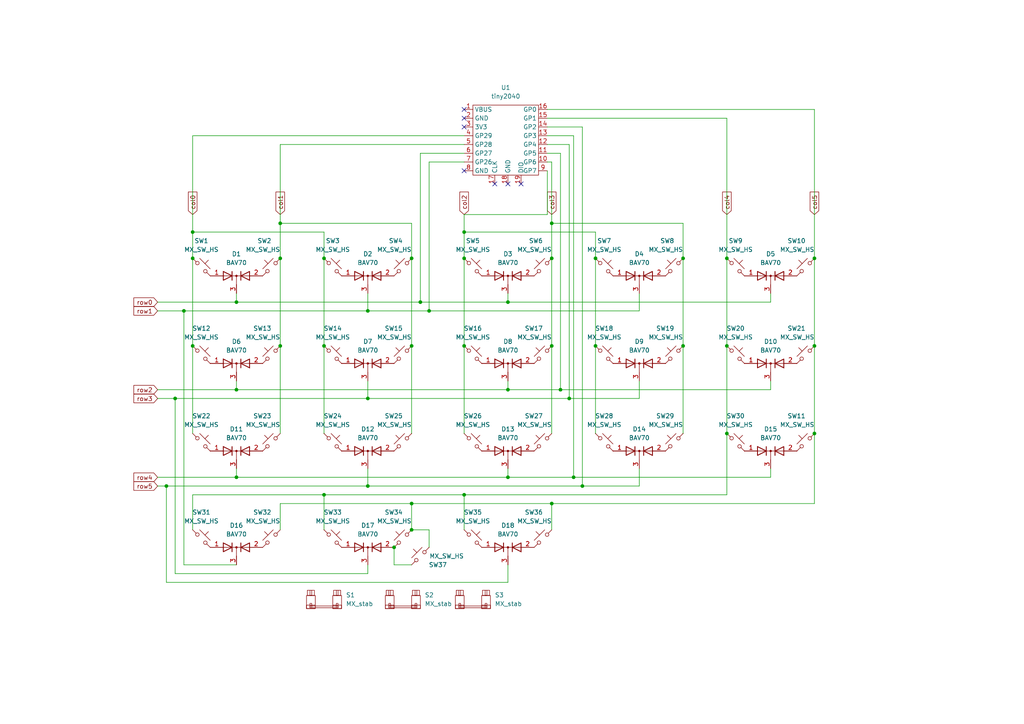
<source format=kicad_sch>
(kicad_sch (version 20211123) (generator eeschema)
  (paper "A4")
  (lib_symbols
    (symbol "Diode:BAV70" (pin_names hide)
      (property "Reference" "D" (at 0.635 -2.54 0))
      (property "Value" "BAV70" (at 0 2.54 0))
      (symbol "BAV70_0_1"
        (polyline (pts (xy -3.81 0) (xy 3.81 0)))
        (polyline (pts (xy 0 0) (xy 0 -2.54)))
        (polyline (pts (xy -1.27 -1.27) (xy -1.27 1.27) (xy -1.27 1.27)) (stroke (width 0.254)))
        (polyline (pts (xy 1.27 -1.27) (xy 1.27 1.27) (xy 1.27 1.27)) (stroke (width 0.254)))
        (polyline (pts (xy -3.81 1.27) (xy -1.27 0) (xy -3.81 -1.27) (xy -3.81 1.27) (xy -3.81 1.27) (xy -3.81 1.27)) (stroke (width 0.254)))
        (polyline (pts (xy 3.81 -1.27) (xy 1.27 0) (xy 3.81 1.27) (xy 3.81 -1.27) (xy 3.81 -1.27) (xy 3.81 -1.27)) (stroke (width 0.254)))
        (circle (center 0 0) (radius 0.254) (fill (type outline)))
        (pin passive line (at -7.62 0 0) (length 3.81) (name "A") (number "1"))
        (pin passive line (at 7.62 0 180) (length 3.81) (name "A") (number "2"))
        (pin passive line (at 0 -5.08 90) (length 2.54) (name "K") (number "3"))
      )
    )
    (symbol "marbastlib-mx:MX_SW_HS" (pin_numbers hide) (pin_names (offset 1.016) hide)
      (property "Reference" "SW" (at 3.048 1.016 0))
      (property "Value" "MX_SW_HS" (at 0 -3.81 0))
      (symbol "MX_SW_HS_0_1"
        (circle (center -1.1684 1.1684) (radius 0.508))
        (polyline (pts (xy -0.508 2.54) (xy 2.54 -0.508)))
        (polyline (pts (xy 1.016 1.016) (xy 2.032 2.032)))
        (polyline (pts (xy -2.54 2.54) (xy -1.524 1.524) (xy -1.524 1.524)))
        (polyline (pts (xy 1.524 -1.524) (xy 2.54 -2.54) (xy 2.54 -2.54) (xy 2.54 -2.54)))
        (circle (center 1.143 -1.1938) (radius 0.508))
        (pin passive line (at -2.54 2.54 0) (length 0) (name "1") (number "1"))
        (pin passive line (at 2.54 -2.54 180) (length 0) (name "2") (number "2"))
      )
    )
    (symbol "marbastlib-mx:MX_stab" (pin_names (offset 1.016))
      (property "Reference" "S" (at -5.08 6.35 0))
      (property "Value" "MX_stab" (at -5.08 3.81 0))
      (symbol "MX_stab_0_1"
        (rectangle (start -5.08 -1.524) (end -2.54 -2.54))
        (rectangle (start -5.08 1.27) (end -2.54 -2.54))
        (rectangle (start -4.826 2.794) (end -2.794 1.27))
        (rectangle (start -4.064 -2.286) (end -3.556 -1.016))
        (rectangle (start -4.064 -1.778) (end 4.064 -2.286))
        (rectangle (start -4.064 1.27) (end -3.556 2.794))
        (rectangle (start 2.54 -1.524) (end 5.08 -2.54))
        (rectangle (start 2.54 1.27) (end 5.08 -2.54))
        (rectangle (start 2.794 2.794) (end 4.826 1.27))
        (rectangle (start 3.556 1.27) (end 4.064 2.794))
        (rectangle (start 4.064 -2.286) (end 3.556 -1.016))
      )
    )
    (symbol "tiny2040:tiny2040"
      (property "Reference" "U" (at 0 15.24 0))
      (property "Value" "tiny2040" (at 0 12.7 0))
      (symbol "tiny2040_0_1"
        (rectangle (start -10.16 10.16) (end 8.89 -10.16))
      )
      (symbol "tiny2040_1_1"
        (pin power_out line (at -12.7 8.89 0) (length 2.54) (name "VBUS") (number "1"))
        (pin input line (at 11.43 -6.35 180) (length 2.54) (name "GP6") (number "10"))
        (pin input line (at 11.43 -3.81 180) (length 2.54) (name "GP5") (number "11"))
        (pin input line (at 11.43 -1.27 180) (length 2.54) (name "GP4") (number "12"))
        (pin input line (at 11.43 1.27 180) (length 2.54) (name "GP3") (number "13"))
        (pin input line (at 11.43 3.81 180) (length 2.54) (name "GP2") (number "14"))
        (pin input line (at 11.43 6.35 180) (length 2.54) (name "GP1") (number "15"))
        (pin input line (at 11.43 8.89 180) (length 2.54) (name "GP0") (number "16"))
        (pin input line (at -3.81 -12.7 90) (length 2.54) (name "CLK") (number "17"))
        (pin input line (at 0 -12.7 90) (length 2.54) (name "GND") (number "18"))
        (pin input line (at 3.81 -12.7 90) (length 2.54) (name "DIO") (number "19"))
        (pin input line (at -12.7 6.35 0) (length 2.54) (name "GND") (number "2"))
        (pin power_out line (at -12.7 3.81 0) (length 2.54) (name "3V3") (number "3"))
        (pin input line (at -12.7 1.27 0) (length 2.54) (name "GP29") (number "4"))
        (pin input line (at -12.7 -1.27 0) (length 2.54) (name "GP28") (number "5"))
        (pin input line (at -12.7 -3.81 0) (length 2.54) (name "GP27") (number "6"))
        (pin input line (at -12.7 -6.35 0) (length 2.54) (name "GP26") (number "7"))
        (pin input line (at -12.7 -8.89 0) (length 2.54) (name "GND") (number "8"))
        (pin input line (at 11.43 -8.89 180) (length 2.54) (name "GP7") (number "9"))
      )
    )
  )
  (junction (at 106.68 140.97))
  (junction (at 134.62 67.31))
  (junction (at 147.32 87.63))
  (junction (at 172.72 74.93))
  (junction (at 68.58 113.03))
  (junction (at 147.32 113.03))
  (junction (at 121.92 87.63))
  (junction (at 106.68 90.17))
  (junction (at 210.82 100.33))
  (junction (at 236.22 125.73))
  (junction (at 198.12 74.93))
  (junction (at 93.98 100.33))
  (junction (at 168.91 140.97))
  (junction (at 134.62 100.33))
  (junction (at 114.3 158.75))
  (junction (at 236.22 100.33))
  (junction (at 134.62 74.93))
  (junction (at 93.98 143.51))
  (junction (at 68.58 138.43))
  (junction (at 119.38 100.33))
  (junction (at 210.82 125.73))
  (junction (at 55.88 100.33))
  (junction (at 68.58 87.63))
  (junction (at 236.22 74.93))
  (junction (at 50.8 115.57))
  (junction (at 172.72 100.33))
  (junction (at 119.38 146.05))
  (junction (at 119.38 74.93))
  (junction (at 48.26 140.97))
  (junction (at 198.12 100.33))
  (junction (at 160.02 74.93))
  (junction (at 55.88 67.31))
  (junction (at 81.28 74.93))
  (junction (at 160.02 64.77))
  (junction (at 166.37 138.43))
  (junction (at 81.28 100.33))
  (junction (at 210.82 74.93))
  (junction (at 93.98 74.93))
  (junction (at 160.02 100.33))
  (junction (at 162.56 113.03))
  (junction (at 55.88 74.93))
  (junction (at 119.38 153.67))
  (junction (at 134.62 143.51))
  (junction (at 147.32 138.43))
  (junction (at 160.02 146.05))
  (junction (at 53.34 90.17))
  (junction (at 165.1 115.57))
  (junction (at 106.68 115.57))
  (junction (at 81.28 64.77))
  (junction (at 124.46 90.17))
  (no_connect (at 134.62 31.75))
  (no_connect (at 134.62 34.29))
  (no_connect (at 134.62 49.53))
  (no_connect (at 151.13 53.34))
  (no_connect (at 143.51 53.34))
  (no_connect (at 147.32 53.34))
  (no_connect (at 134.62 36.83))
  (wire (pts (xy 134.62 62.23) (xy 134.62 67.31)))
  (wire (pts (xy 55.88 39.37) (xy 55.88 67.31)))
  (wire (pts (xy 223.52 135.89) (xy 223.52 138.43)))
  (wire (pts (xy 106.68 115.57) (xy 165.1 115.57)))
  (wire (pts (xy 223.52 110.49) (xy 223.52 113.03)))
  (wire (pts (xy 158.75 36.83) (xy 168.91 36.83)))
  (wire (pts (xy 134.62 46.99) (xy 124.46 46.99)))
  (wire (pts (xy 147.32 168.91) (xy 147.32 163.83)))
  (wire (pts (xy 134.62 67.31) (xy 134.62 74.93)))
  (wire (pts (xy 172.72 74.93) (xy 172.72 100.33)))
  (wire (pts (xy 185.42 110.49) (xy 185.42 115.57)))
  (wire (pts (xy 134.62 74.93) (xy 134.62 100.33)))
  (wire (pts (xy 147.32 110.49) (xy 147.32 113.03)))
  (wire (pts (xy 210.82 74.93) (xy 210.82 100.33)))
  (wire (pts (xy 172.72 67.31) (xy 172.72 74.93)))
  (wire (pts (xy 198.12 100.33) (xy 198.12 125.73)))
  (wire (pts (xy 45.72 113.03) (xy 68.58 113.03)))
  (wire (pts (xy 45.72 115.57) (xy 50.8 115.57)))
  (wire (pts (xy 168.91 140.97) (xy 185.42 140.97)))
  (wire (pts (xy 165.1 115.57) (xy 185.42 115.57)))
  (wire (pts (xy 93.98 143.51) (xy 93.98 153.67)))
  (wire (pts (xy 236.22 74.93) (xy 236.22 100.33)))
  (wire (pts (xy 210.82 34.29) (xy 210.82 74.93)))
  (wire (pts (xy 168.91 36.83) (xy 168.91 140.97)))
  (wire (pts (xy 158.75 44.45) (xy 162.56 44.45)))
  (wire (pts (xy 198.12 74.93) (xy 198.12 100.33)))
  (wire (pts (xy 119.38 146.05) (xy 119.38 153.67)))
  (wire (pts (xy 81.28 100.33) (xy 81.28 125.73)))
  (wire (pts (xy 158.75 31.75) (xy 236.22 31.75)))
  (wire (pts (xy 162.56 44.45) (xy 162.56 113.03)))
  (wire (pts (xy 68.58 138.43) (xy 147.32 138.43)))
  (wire (pts (xy 81.28 74.93) (xy 81.28 100.33)))
  (wire (pts (xy 165.1 41.91) (xy 165.1 115.57)))
  (wire (pts (xy 158.75 41.91) (xy 165.1 41.91)))
  (wire (pts (xy 68.58 135.89) (xy 68.58 138.43)))
  (wire (pts (xy 50.8 166.37) (xy 106.68 166.37)))
  (wire (pts (xy 134.62 143.51) (xy 210.82 143.51)))
  (wire (pts (xy 158.75 39.37) (xy 166.37 39.37)))
  (wire (pts (xy 121.92 87.63) (xy 147.32 87.63)))
  (wire (pts (xy 50.8 115.57) (xy 50.8 166.37)))
  (wire (pts (xy 48.26 140.97) (xy 48.26 168.91)))
  (wire (pts (xy 55.88 74.93) (xy 55.88 100.33)))
  (wire (pts (xy 166.37 138.43) (xy 223.52 138.43)))
  (wire (pts (xy 119.38 146.05) (xy 160.02 146.05)))
  (wire (pts (xy 236.22 146.05) (xy 236.22 125.73)))
  (wire (pts (xy 158.75 62.23) (xy 134.62 62.23)))
  (wire (pts (xy 119.38 100.33) (xy 119.38 125.73)))
  (wire (pts (xy 160.02 146.05) (xy 160.02 153.67)))
  (wire (pts (xy 93.98 67.31) (xy 93.98 74.93)))
  (wire (pts (xy 147.32 138.43) (xy 166.37 138.43)))
  (wire (pts (xy 119.38 153.67) (xy 124.46 153.67)))
  (wire (pts (xy 158.75 46.99) (xy 160.02 46.99)))
  (wire (pts (xy 81.28 41.91) (xy 81.28 64.77)))
  (wire (pts (xy 198.12 64.77) (xy 198.12 74.93)))
  (wire (pts (xy 93.98 143.51) (xy 134.62 143.51)))
  (wire (pts (xy 134.62 67.31) (xy 172.72 67.31)))
  (wire (pts (xy 158.75 34.29) (xy 210.82 34.29)))
  (wire (pts (xy 172.72 100.33) (xy 172.72 125.73)))
  (wire (pts (xy 68.58 110.49) (xy 68.58 113.03)))
  (wire (pts (xy 55.88 143.51) (xy 55.88 153.67)))
  (wire (pts (xy 45.72 140.97) (xy 48.26 140.97)))
  (wire (pts (xy 124.46 153.67) (xy 124.46 158.75)))
  (wire (pts (xy 147.32 87.63) (xy 223.52 87.63)))
  (wire (pts (xy 160.02 146.05) (xy 236.22 146.05)))
  (wire (pts (xy 81.28 64.77) (xy 81.28 74.93)))
  (wire (pts (xy 106.68 90.17) (xy 124.46 90.17)))
  (wire (pts (xy 81.28 146.05) (xy 119.38 146.05)))
  (wire (pts (xy 48.26 140.97) (xy 106.68 140.97)))
  (wire (pts (xy 162.56 113.03) (xy 223.52 113.03)))
  (wire (pts (xy 106.68 135.89) (xy 106.68 140.97)))
  (wire (pts (xy 48.26 168.91) (xy 147.32 168.91)))
  (wire (pts (xy 55.88 100.33) (xy 55.88 125.73)))
  (wire (pts (xy 160.02 46.99) (xy 160.02 64.77)))
  (wire (pts (xy 121.92 44.45) (xy 121.92 87.63)))
  (wire (pts (xy 106.68 110.49) (xy 106.68 115.57)))
  (wire (pts (xy 119.38 64.77) (xy 119.38 74.93)))
  (wire (pts (xy 210.82 100.33) (xy 210.82 125.73)))
  (wire (pts (xy 114.3 163.83) (xy 119.38 163.83)))
  (wire (pts (xy 210.82 143.51) (xy 210.82 125.73)))
  (wire (pts (xy 134.62 41.91) (xy 81.28 41.91)))
  (wire (pts (xy 223.52 85.09) (xy 223.52 87.63)))
  (wire (pts (xy 53.34 90.17) (xy 106.68 90.17)))
  (wire (pts (xy 147.32 85.09) (xy 147.32 87.63)))
  (wire (pts (xy 55.88 67.31) (xy 93.98 67.31)))
  (wire (pts (xy 160.02 100.33) (xy 160.02 125.73)))
  (wire (pts (xy 185.42 135.89) (xy 185.42 140.97)))
  (wire (pts (xy 55.88 67.31) (xy 55.88 74.93)))
  (wire (pts (xy 106.68 140.97) (xy 168.91 140.97)))
  (wire (pts (xy 166.37 39.37) (xy 166.37 138.43)))
  (wire (pts (xy 45.72 87.63) (xy 68.58 87.63)))
  (wire (pts (xy 236.22 31.75) (xy 236.22 74.93)))
  (wire (pts (xy 106.68 166.37) (xy 106.68 163.83)))
  (wire (pts (xy 134.62 100.33) (xy 134.62 125.73)))
  (wire (pts (xy 134.62 143.51) (xy 134.62 153.67)))
  (wire (pts (xy 147.32 135.89) (xy 147.32 138.43)))
  (wire (pts (xy 53.34 90.17) (xy 53.34 163.83)))
  (wire (pts (xy 185.42 85.09) (xy 185.42 90.17)))
  (wire (pts (xy 68.58 85.09) (xy 68.58 87.63)))
  (wire (pts (xy 45.72 90.17) (xy 53.34 90.17)))
  (wire (pts (xy 160.02 64.77) (xy 198.12 64.77)))
  (wire (pts (xy 93.98 143.51) (xy 55.88 143.51)))
  (wire (pts (xy 119.38 74.93) (xy 119.38 100.33)))
  (wire (pts (xy 53.34 163.83) (xy 68.58 163.83)))
  (wire (pts (xy 45.72 138.43) (xy 68.58 138.43)))
  (wire (pts (xy 93.98 100.33) (xy 93.98 125.73)))
  (wire (pts (xy 236.22 100.33) (xy 236.22 125.73)))
  (wire (pts (xy 81.28 153.67) (xy 81.28 146.05)))
  (wire (pts (xy 106.68 85.09) (xy 106.68 90.17)))
  (wire (pts (xy 124.46 90.17) (xy 185.42 90.17)))
  (wire (pts (xy 50.8 115.57) (xy 106.68 115.57)))
  (wire (pts (xy 68.58 87.63) (xy 121.92 87.63)))
  (wire (pts (xy 93.98 74.93) (xy 93.98 100.33)))
  (wire (pts (xy 160.02 64.77) (xy 160.02 74.93)))
  (wire (pts (xy 160.02 74.93) (xy 160.02 100.33)))
  (wire (pts (xy 114.3 158.75) (xy 114.3 163.83)))
  (wire (pts (xy 134.62 44.45) (xy 121.92 44.45)))
  (wire (pts (xy 147.32 113.03) (xy 162.56 113.03)))
  (wire (pts (xy 81.28 64.77) (xy 119.38 64.77)))
  (wire (pts (xy 124.46 46.99) (xy 124.46 90.17)))
  (wire (pts (xy 158.75 49.53) (xy 158.75 62.23)))
  (wire (pts (xy 68.58 113.03) (xy 147.32 113.03)))
  (wire (pts (xy 55.88 39.37) (xy 134.62 39.37)))
  (global_label "col5" (shape input) (at 236.22 62.23 90) (property "Intersheet References" "${INTERSHEET_REFS}" (effects hide)))
  (global_label "col4" (shape input) (at 210.82 62.23 90) (property "Intersheet References" "${INTERSHEET_REFS}" (effects hide)))
  (global_label "row2" (shape input) (at 45.72 113.03 180) (property "Intersheet References" "${INTERSHEET_REFS}" (effects hide)))
  (global_label "col3" (shape input) (at 160.02 62.23 90) (property "Intersheet References" "${INTERSHEET_REFS}" (effects hide)))
  (global_label "col0" (shape input) (at 55.88 62.23 90) (property "Intersheet References" "${INTERSHEET_REFS}" (effects hide)))
  (global_label "col2" (shape input) (at 134.62 62.23 90) (property "Intersheet References" "${INTERSHEET_REFS}" (effects hide)))
  (global_label "row3" (shape input) (at 45.72 115.57 180) (property "Intersheet References" "${INTERSHEET_REFS}" (effects hide)))
  (global_label "row0" (shape input) (at 45.72 87.63 180) (property "Intersheet References" "${INTERSHEET_REFS}" (effects hide)))
  (global_label "row4" (shape input) (at 45.72 138.43 180) (property "Intersheet References" "${INTERSHEET_REFS}" (effects hide)))
  (global_label "col1" (shape input) (at 81.28 62.23 90) (property "Intersheet References" "${INTERSHEET_REFS}" (effects hide)))
  (global_label "row1" (shape input) (at 45.72 90.17 180) (property "Intersheet References" "${INTERSHEET_REFS}" (effects hide)))
  (global_label "row5" (shape input) (at 45.72 140.97 180) (property "Intersheet References" "${INTERSHEET_REFS}" (effects hide)))
  (symbol (lib_id "Diode:BAV70") (at 223.52 130.81 0) (unit 1)
    (property "Reference" "D15" (at 223.52 124.46 0))
    (property "Value" "BAV70" (at 223.52 127 0))
    (property "Footprint" "Package_TO_SOT_SMD:SOT-23" (effects hide))
    (property "Datasheet" "https://assets.nexperia.com/documents/data-sheet/BAV70_SER.pdf" (effects hide))
  )
  (symbol (lib_id "marbastlib-mx:MX_SW_HS") (at 137.16 102.87 0) (unit 1)
    (property "Reference" "SW16" (at 137.16 95.25 0))
    (property "Value" "MX_SW_HS" (at 137.16 97.79 0))
    (property "Footprint" "BeiBob-KiCAD-footprints:SW_Kailh_socket_MX_optional" (effects hide))
  )
  (symbol (lib_id "Diode:BAV70") (at 185.42 80.01 0) (unit 1)
    (property "Reference" "D4" (at 185.42 73.66 0))
    (property "Value" "BAV70" (at 185.42 76.2 0))
    (property "Footprint" "Package_TO_SOT_SMD:SOT-23" (effects hide))
    (property "Datasheet" "https://assets.nexperia.com/documents/data-sheet/BAV70_SER.pdf" (effects hide))
  )
  (symbol (lib_id "marbastlib-mx:MX_stab") (at 137.16 173.99 0) (unit 1)
    (property "Reference" "S3" (at 143.51 172.5929 0) (effects (justify left)))
    (property "Value" "MX_stab" (at 143.51 175.1329 0) (effects (justify left)))
    (property "Footprint" "marbastlib-mx:STAB_MX_P_6.25u" (effects hide))
  )
  (symbol (lib_id "marbastlib-mx:MX_SW_HS") (at 78.74 77.47 90) (unit 1)
    (property "Reference" "SW2" (at 78.74 69.85 90) (effects (justify left)))
    (property "Value" "MX_SW_HS" (at 81.28 72.39 90) (effects (justify left)))
    (property "Footprint" "BeiBob-KiCAD-footprints:SW_Kailh_socket_MX_optional" (effects hide))
  )
  (symbol (lib_id "marbastlib-mx:MX_SW_HS") (at 175.26 128.27 0) (unit 1)
    (property "Reference" "SW28" (at 175.26 120.65 0))
    (property "Value" "MX_SW_HS" (at 175.26 123.19 0))
    (property "Footprint" "BeiBob-KiCAD-footprints:SW_Kailh_socket_MX_optional" (effects hide))
  )
  (symbol (lib_id "Diode:BAV70") (at 68.58 130.81 0) (unit 1)
    (property "Reference" "D11" (at 68.58 124.46 0))
    (property "Value" "BAV70" (at 68.58 127 0))
    (property "Footprint" "Package_TO_SOT_SMD:SOT-23" (effects hide))
    (property "Datasheet" "https://assets.nexperia.com/documents/data-sheet/BAV70_SER.pdf" (effects hide))
  )
  (symbol (lib_id "tiny2040:tiny2040") (at 147.32 40.64 0) (unit 1)
    (property "Reference" "U1" (at 146.685 25.4 0))
    (property "Value" "tiny2040" (at 146.685 27.94 0))
    (property "Footprint" "tiny2040:tiny2040" (effects hide))
  )
  (symbol (lib_id "marbastlib-mx:MX_stab") (at 93.98 173.99 0) (unit 1)
    (property "Reference" "S1" (at 100.33 172.5929 0) (effects (justify left)))
    (property "Value" "MX_stab" (at 100.33 175.1329 0) (effects (justify left)))
    (property "Footprint" "marbastlib-mx:STAB_MX_P_6.25u" (effects hide))
  )
  (symbol (lib_id "Diode:BAV70") (at 223.52 105.41 0) (unit 1)
    (property "Reference" "D10" (at 223.52 99.06 0))
    (property "Value" "BAV70" (at 223.52 101.6 0))
    (property "Footprint" "Package_TO_SOT_SMD:SOT-23" (effects hide))
    (property "Datasheet" "https://assets.nexperia.com/documents/data-sheet/BAV70_SER.pdf" (effects hide))
  )
  (symbol (lib_id "marbastlib-mx:MX_SW_HS") (at 195.58 128.27 90) (unit 1)
    (property "Reference" "SW29" (at 195.58 120.65 90) (effects (justify left)))
    (property "Value" "MX_SW_HS" (at 198.12 123.19 90) (effects (justify left)))
    (property "Footprint" "BeiBob-KiCAD-footprints:SW_Kailh_socket_MX_optional" (effects hide))
  )
  (symbol (lib_id "Diode:BAV70") (at 68.58 80.01 0) (unit 1)
    (property "Reference" "D1" (at 68.58 73.66 0))
    (property "Value" "BAV70" (at 68.58 76.2 0))
    (property "Footprint" "Package_TO_SOT_SMD:SOT-23" (effects hide))
    (property "Datasheet" "https://assets.nexperia.com/documents/data-sheet/BAV70_SER.pdf" (effects hide))
  )
  (symbol (lib_id "Diode:BAV70") (at 147.32 130.81 0) (unit 1)
    (property "Reference" "D13" (at 147.32 124.46 0))
    (property "Value" "BAV70" (at 147.32 127 0))
    (property "Footprint" "Package_TO_SOT_SMD:SOT-23" (effects hide))
    (property "Datasheet" "https://assets.nexperia.com/documents/data-sheet/BAV70_SER.pdf" (effects hide))
  )
  (symbol (lib_id "marbastlib-mx:MX_SW_HS") (at 116.84 156.21 90) (unit 1)
    (property "Reference" "SW34" (at 116.84 148.59 90) (effects (justify left)))
    (property "Value" "MX_SW_HS" (at 119.38 151.13 90) (effects (justify left)))
    (property "Footprint" "BeiBob-KiCAD-footprints:SW_Kailh_socket_MX_optional" (effects hide))
  )
  (symbol (lib_id "marbastlib-mx:MX_SW_HS") (at 137.16 156.21 0) (unit 1)
    (property "Reference" "SW35" (at 137.16 148.59 0))
    (property "Value" "MX_SW_HS" (at 137.16 151.13 0))
    (property "Footprint" "BeiBob-KiCAD-footprints:SW_Kailh_socket_MX_optional" (effects hide))
  )
  (symbol (lib_id "marbastlib-mx:MX_SW_HS") (at 175.26 102.87 0) (unit 1)
    (property "Reference" "SW18" (at 175.26 95.25 0))
    (property "Value" "MX_SW_HS" (at 175.26 97.79 0))
    (property "Footprint" "BeiBob-KiCAD-footprints:SW_Kailh_socket_MX_optional" (effects hide))
  )
  (symbol (lib_id "marbastlib-mx:MX_SW_HS") (at 121.92 161.29 90) (unit 1)
    (property "Reference" "SW37" (at 127 163.83 90))
    (property "Value" "MX_SW_HS" (at 129.54 161.29 90))
    (property "Footprint" "BeiBob-KiCAD-footprints:SW_Kailh_socket_MX_optional" (effects hide))
  )
  (symbol (lib_id "marbastlib-mx:MX_SW_HS") (at 58.42 102.87 0) (unit 1)
    (property "Reference" "SW12" (at 58.42 95.25 0))
    (property "Value" "MX_SW_HS" (at 58.42 97.79 0))
    (property "Footprint" "BeiBob-KiCAD-footprints:SW_Kailh_socket_MX_optional" (effects hide))
  )
  (symbol (lib_id "marbastlib-mx:MX_SW_HS") (at 58.42 156.21 0) (unit 1)
    (property "Reference" "SW31" (at 58.42 148.59 0))
    (property "Value" "MX_SW_HS" (at 58.42 151.13 0))
    (property "Footprint" "BeiBob-KiCAD-footprints:SW_Kailh_socket_MX_optional" (effects hide))
  )
  (symbol (lib_id "marbastlib-mx:MX_SW_HS") (at 233.68 77.47 90) (unit 1)
    (property "Reference" "SW10" (at 233.68 69.85 90) (effects (justify left)))
    (property "Value" "MX_SW_HS" (at 236.22 72.39 90) (effects (justify left)))
    (property "Footprint" "BeiBob-KiCAD-footprints:SW_Kailh_socket_MX_optional" (effects hide))
  )
  (symbol (lib_id "marbastlib-mx:MX_SW_HS") (at 96.52 102.87 0) (unit 1)
    (property "Reference" "SW14" (at 96.52 95.25 0))
    (property "Value" "MX_SW_HS" (at 96.52 97.79 0))
    (property "Footprint" "BeiBob-KiCAD-footprints:SW_Kailh_socket_MX_optional" (effects hide))
  )
  (symbol (lib_id "marbastlib-mx:MX_SW_HS") (at 78.74 156.21 90) (unit 1)
    (property "Reference" "SW32" (at 78.74 148.59 90) (effects (justify left)))
    (property "Value" "MX_SW_HS" (at 81.28 151.13 90) (effects (justify left)))
    (property "Footprint" "BeiBob-KiCAD-footprints:SW_Kailh_socket_MX_optional" (effects hide))
  )
  (symbol (lib_id "marbastlib-mx:MX_SW_HS") (at 157.48 128.27 90) (unit 1)
    (property "Reference" "SW27" (at 157.48 120.65 90) (effects (justify left)))
    (property "Value" "MX_SW_HS" (at 160.02 123.19 90) (effects (justify left)))
    (property "Footprint" "BeiBob-KiCAD-footprints:SW_Kailh_socket_MX_optional" (effects hide))
  )
  (symbol (lib_id "Diode:BAV70") (at 223.52 80.01 0) (unit 1)
    (property "Reference" "D5" (at 223.52 73.66 0))
    (property "Value" "BAV70" (at 223.52 76.2 0))
    (property "Footprint" "Package_TO_SOT_SMD:SOT-23" (effects hide))
    (property "Datasheet" "https://assets.nexperia.com/documents/data-sheet/BAV70_SER.pdf" (effects hide))
  )
  (symbol (lib_id "Diode:BAV70") (at 147.32 80.01 0) (unit 1)
    (property "Reference" "D3" (at 147.32 73.66 0))
    (property "Value" "BAV70" (at 147.32 76.2 0))
    (property "Footprint" "Package_TO_SOT_SMD:SOT-23" (effects hide))
    (property "Datasheet" "https://assets.nexperia.com/documents/data-sheet/BAV70_SER.pdf" (effects hide))
  )
  (symbol (lib_id "marbastlib-mx:MX_SW_HS") (at 195.58 102.87 90) (unit 1)
    (property "Reference" "SW19" (at 195.58 95.25 90) (effects (justify left)))
    (property "Value" "MX_SW_HS" (at 198.12 97.79 90) (effects (justify left)))
    (property "Footprint" "BeiBob-KiCAD-footprints:SW_Kailh_socket_MX_optional" (effects hide))
  )
  (symbol (lib_id "Diode:BAV70") (at 68.58 105.41 0) (unit 1)
    (property "Reference" "D6" (at 68.58 99.06 0))
    (property "Value" "BAV70" (at 68.58 101.6 0))
    (property "Footprint" "Package_TO_SOT_SMD:SOT-23" (effects hide))
    (property "Datasheet" "https://assets.nexperia.com/documents/data-sheet/BAV70_SER.pdf" (effects hide))
  )
  (symbol (lib_id "marbastlib-mx:MX_SW_HS") (at 213.36 102.87 0) (unit 1)
    (property "Reference" "SW20" (at 213.36 95.25 0))
    (property "Value" "MX_SW_HS" (at 213.36 97.79 0))
    (property "Footprint" "BeiBob-KiCAD-footprints:SW_Kailh_socket_MX_optional" (effects hide))
  )
  (symbol (lib_id "Diode:BAV70") (at 68.58 158.75 0) (unit 1)
    (property "Reference" "D16" (at 68.58 152.4 0))
    (property "Value" "BAV70" (at 68.58 154.94 0))
    (property "Footprint" "Package_TO_SOT_SMD:SOT-23" (effects hide))
    (property "Datasheet" "https://assets.nexperia.com/documents/data-sheet/BAV70_SER.pdf" (effects hide))
  )
  (symbol (lib_id "marbastlib-mx:MX_SW_HS") (at 116.84 102.87 90) (unit 1)
    (property "Reference" "SW15" (at 116.84 95.25 90) (effects (justify left)))
    (property "Value" "MX_SW_HS" (at 119.38 97.79 90) (effects (justify left)))
    (property "Footprint" "BeiBob-KiCAD-footprints:SW_Kailh_socket_MX_optional" (effects hide))
  )
  (symbol (lib_id "marbastlib-mx:MX_SW_HS") (at 78.74 102.87 90) (unit 1)
    (property "Reference" "SW13" (at 78.74 95.25 90) (effects (justify left)))
    (property "Value" "MX_SW_HS" (at 81.28 97.79 90) (effects (justify left)))
    (property "Footprint" "BeiBob-KiCAD-footprints:SW_Kailh_socket_MX_optional" (effects hide))
  )
  (symbol (lib_id "marbastlib-mx:MX_SW_HS") (at 157.48 156.21 90) (unit 1)
    (property "Reference" "SW36" (at 157.48 148.59 90) (effects (justify left)))
    (property "Value" "MX_SW_HS" (at 160.02 151.13 90) (effects (justify left)))
    (property "Footprint" "BeiBob-KiCAD-footprints:SW_Kailh_socket_MX_optional" (effects hide))
  )
  (symbol (lib_id "marbastlib-mx:MX_SW_HS") (at 58.42 128.27 0) (unit 1)
    (property "Reference" "SW22" (at 58.42 120.65 0))
    (property "Value" "MX_SW_HS" (at 58.42 123.19 0))
    (property "Footprint" "BeiBob-KiCAD-footprints:SW_Kailh_socket_MX_optional" (effects hide))
  )
  (symbol (lib_id "marbastlib-mx:MX_SW_HS") (at 137.16 128.27 0) (unit 1)
    (property "Reference" "SW26" (at 137.16 120.65 0))
    (property "Value" "MX_SW_HS" (at 137.16 123.19 0))
    (property "Footprint" "BeiBob-KiCAD-footprints:SW_Kailh_socket_MX_optional" (effects hide))
  )
  (symbol (lib_id "marbastlib-mx:MX_SW_HS") (at 213.36 128.27 0) (unit 1)
    (property "Reference" "SW30" (at 213.36 120.65 0))
    (property "Value" "MX_SW_HS" (at 213.36 123.19 0))
    (property "Footprint" "BeiBob-KiCAD-footprints:SW_Kailh_socket_MX_optional" (effects hide))
  )
  (symbol (lib_id "Diode:BAV70") (at 106.68 158.75 0) (unit 1)
    (property "Reference" "D17" (at 106.68 152.4 0))
    (property "Value" "BAV70" (at 106.68 154.94 0))
    (property "Footprint" "Package_TO_SOT_SMD:SOT-23" (effects hide))
    (property "Datasheet" "https://assets.nexperia.com/documents/data-sheet/BAV70_SER.pdf" (effects hide))
  )
  (symbol (lib_id "Diode:BAV70") (at 106.68 105.41 0) (unit 1)
    (property "Reference" "D7" (at 106.68 99.06 0))
    (property "Value" "BAV70" (at 106.68 101.6 0))
    (property "Footprint" "Package_TO_SOT_SMD:SOT-23" (effects hide))
    (property "Datasheet" "https://assets.nexperia.com/documents/data-sheet/BAV70_SER.pdf" (effects hide))
  )
  (symbol (lib_id "marbastlib-mx:MX_SW_HS") (at 213.36 77.47 0) (unit 1)
    (property "Reference" "SW9" (at 213.36 69.85 0))
    (property "Value" "MX_SW_HS" (at 213.36 72.39 0))
    (property "Footprint" "BeiBob-KiCAD-footprints:SW_Kailh_socket_MX_optional" (effects hide))
  )
  (symbol (lib_id "marbastlib-mx:MX_SW_HS") (at 157.48 102.87 90) (unit 1)
    (property "Reference" "SW17" (at 157.48 95.25 90) (effects (justify left)))
    (property "Value" "MX_SW_HS" (at 160.02 97.79 90) (effects (justify left)))
    (property "Footprint" "BeiBob-KiCAD-footprints:SW_Kailh_socket_MX_optional" (effects hide))
  )
  (symbol (lib_id "Diode:BAV70") (at 185.42 130.81 0) (unit 1)
    (property "Reference" "D14" (at 185.42 124.46 0))
    (property "Value" "BAV70" (at 185.42 127 0))
    (property "Footprint" "Package_TO_SOT_SMD:SOT-23" (effects hide))
    (property "Datasheet" "https://assets.nexperia.com/documents/data-sheet/BAV70_SER.pdf" (effects hide))
  )
  (symbol (lib_id "marbastlib-mx:MX_SW_HS") (at 58.42 77.47 0) (unit 1)
    (property "Reference" "SW1" (at 58.42 69.85 0))
    (property "Value" "MX_SW_HS" (at 58.42 72.39 0))
    (property "Footprint" "BeiBob-KiCAD-footprints:SW_Kailh_socket_MX_optional" (effects hide))
  )
  (symbol (lib_id "Diode:BAV70") (at 106.68 80.01 0) (unit 1)
    (property "Reference" "D2" (at 106.68 73.66 0))
    (property "Value" "BAV70" (at 106.68 76.2 0))
    (property "Footprint" "Package_TO_SOT_SMD:SOT-23" (effects hide))
    (property "Datasheet" "https://assets.nexperia.com/documents/data-sheet/BAV70_SER.pdf" (effects hide))
  )
  (symbol (lib_id "Diode:BAV70") (at 147.32 105.41 0) (unit 1)
    (property "Reference" "D8" (at 147.32 99.06 0))
    (property "Value" "BAV70" (at 147.32 101.6 0))
    (property "Footprint" "Package_TO_SOT_SMD:SOT-23" (effects hide))
    (property "Datasheet" "https://assets.nexperia.com/documents/data-sheet/BAV70_SER.pdf" (effects hide))
  )
  (symbol (lib_id "marbastlib-mx:MX_SW_HS") (at 116.84 128.27 90) (unit 1)
    (property "Reference" "SW25" (at 116.84 120.65 90) (effects (justify left)))
    (property "Value" "MX_SW_HS" (at 119.38 123.19 90) (effects (justify left)))
    (property "Footprint" "BeiBob-KiCAD-footprints:SW_Kailh_socket_MX_optional" (effects hide))
  )
  (symbol (lib_id "marbastlib-mx:MX_SW_HS") (at 96.52 77.47 0) (unit 1)
    (property "Reference" "SW3" (at 96.52 69.85 0))
    (property "Value" "MX_SW_HS" (at 96.52 72.39 0))
    (property "Footprint" "BeiBob-KiCAD-footprints:SW_Kailh_socket_MX_optional" (effects hide))
  )
  (symbol (lib_id "marbastlib-mx:MX_SW_HS") (at 233.68 102.87 90) (unit 1)
    (property "Reference" "SW21" (at 233.68 95.25 90) (effects (justify left)))
    (property "Value" "MX_SW_HS" (at 236.22 97.79 90) (effects (justify left)))
    (property "Footprint" "BeiBob-KiCAD-footprints:SW_Kailh_socket_MX_optional" (effects hide))
  )
  (symbol (lib_id "marbastlib-mx:MX_stab") (at 116.84 173.99 0) (unit 1)
    (property "Reference" "S2" (at 123.19 172.5929 0) (effects (justify left)))
    (property "Value" "MX_stab" (at 123.19 175.1329 0) (effects (justify left)))
    (property "Footprint" "marbastlib-mx:STAB_MX_P_6.25u" (effects hide))
  )
  (symbol (lib_id "marbastlib-mx:MX_SW_HS") (at 157.48 77.47 90) (unit 1)
    (property "Reference" "SW6" (at 157.48 69.85 90) (effects (justify left)))
    (property "Value" "MX_SW_HS" (at 160.02 72.39 90) (effects (justify left)))
    (property "Footprint" "BeiBob-KiCAD-footprints:SW_Kailh_socket_MX_optional" (effects hide))
  )
  (symbol (lib_id "marbastlib-mx:MX_SW_HS") (at 233.68 128.27 90) (unit 1)
    (property "Reference" "SW11" (at 233.68 120.65 90) (effects (justify left)))
    (property "Value" "MX_SW_HS" (at 236.22 123.19 90) (effects (justify left)))
    (property "Footprint" "BeiBob-KiCAD-footprints:SW_Kailh_socket_MX_optional" (effects hide))
  )
  (symbol (lib_id "marbastlib-mx:MX_SW_HS") (at 137.16 77.47 0) (unit 1)
    (property "Reference" "SW5" (at 137.16 69.85 0))
    (property "Value" "MX_SW_HS" (at 137.16 72.39 0))
    (property "Footprint" "BeiBob-KiCAD-footprints:SW_Kailh_socket_MX_optional" (effects hide))
  )
  (symbol (lib_id "marbastlib-mx:MX_SW_HS") (at 116.84 77.47 90) (unit 1)
    (property "Reference" "SW4" (at 116.84 69.85 90) (effects (justify left)))
    (property "Value" "MX_SW_HS" (at 119.38 72.39 90) (effects (justify left)))
    (property "Footprint" "BeiBob-KiCAD-footprints:SW_Kailh_socket_MX_optional" (effects hide))
  )
  (symbol (lib_id "marbastlib-mx:MX_SW_HS") (at 78.74 128.27 90) (unit 1)
    (property "Reference" "SW23" (at 78.74 120.65 90) (effects (justify left)))
    (property "Value" "MX_SW_HS" (at 81.28 123.19 90) (effects (justify left)))
    (property "Footprint" "BeiBob-KiCAD-footprints:SW_Kailh_socket_MX_optional" (effects hide))
  )
  (symbol (lib_id "marbastlib-mx:MX_SW_HS") (at 96.52 156.21 0) (unit 1)
    (property "Reference" "SW33" (at 96.52 148.59 0))
    (property "Value" "MX_SW_HS" (at 96.52 151.13 0))
    (property "Footprint" "BeiBob-KiCAD-footprints:SW_Kailh_socket_MX_optional" (effects hide))
  )
  (symbol (lib_id "marbastlib-mx:MX_SW_HS") (at 96.52 128.27 0) (unit 1)
    (property "Reference" "SW24" (at 96.52 120.65 0))
    (property "Value" "MX_SW_HS" (at 96.52 123.19 0))
    (property "Footprint" "BeiBob-KiCAD-footprints:SW_Kailh_socket_MX_optional" (effects hide))
  )
  (symbol (lib_id "Diode:BAV70") (at 147.32 158.75 0) (unit 1)
    (property "Reference" "D18" (at 147.32 152.4 0))
    (property "Value" "BAV70" (at 147.32 154.94 0))
    (property "Footprint" "Package_TO_SOT_SMD:SOT-23" (effects hide))
    (property "Datasheet" "https://assets.nexperia.com/documents/data-sheet/BAV70_SER.pdf" (effects hide))
  )
  (symbol (lib_id "Diode:BAV70") (at 106.68 130.81 0) (unit 1)
    (property "Reference" "D12" (at 106.68 124.46 0))
    (property "Value" "BAV70" (at 106.68 127 0))
    (property "Footprint" "Package_TO_SOT_SMD:SOT-23" (effects hide))
    (property "Datasheet" "https://assets.nexperia.com/documents/data-sheet/BAV70_SER.pdf" (effects hide))
  )
  (symbol (lib_id "Diode:BAV70") (at 185.42 105.41 0) (unit 1)
    (property "Reference" "D9" (at 185.42 99.06 0))
    (property "Value" "BAV70" (at 185.42 101.6 0))
    (property "Footprint" "Package_TO_SOT_SMD:SOT-23" (effects hide))
    (property "Datasheet" "https://assets.nexperia.com/documents/data-sheet/BAV70_SER.pdf" (effects hide))
  )
  (symbol (lib_id "marbastlib-mx:MX_SW_HS") (at 175.26 77.47 0) (unit 1)
    (property "Reference" "SW7" (at 175.26 69.85 0))
    (property "Value" "MX_SW_HS" (at 175.26 72.39 0))
    (property "Footprint" "BeiBob-KiCAD-footprints:SW_Kailh_socket_MX_optional" (effects hide))
  )
  (symbol (lib_id "marbastlib-mx:MX_SW_HS") (at 195.58 77.47 90) (unit 1)
    (property "Reference" "SW8" (at 195.58 69.85 90) (effects (justify left)))
    (property "Value" "MX_SW_HS" (at 198.12 72.39 90) (effects (justify left)))
    (property "Footprint" "BeiBob-KiCAD-footprints:SW_Kailh_socket_MX_optional" (effects hide))
  )
)
</source>
